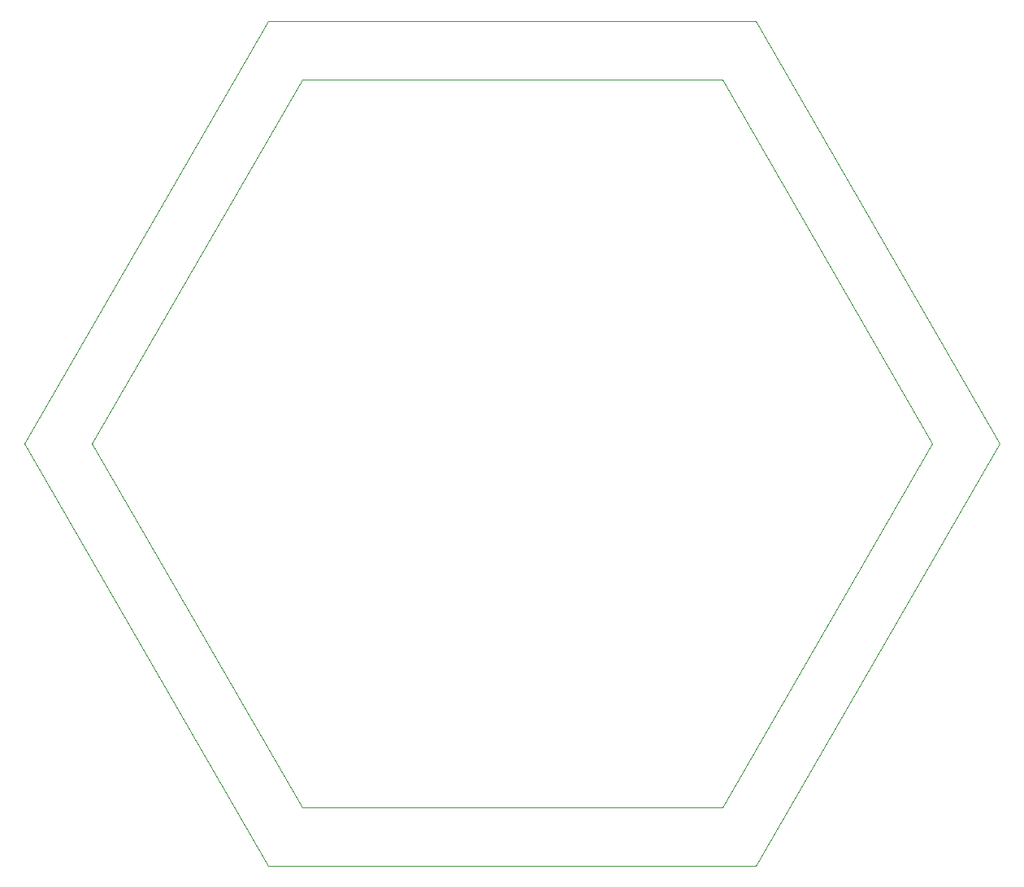
<source format=gm1>
%TF.GenerationSoftware,KiCad,Pcbnew,(5.1.6-0-10_14)*%
%TF.CreationDate,2022-03-25T15:42:39-05:00*%
%TF.ProjectId,ws2812b_hexagon_BACKUP_20220323,77733238-3132-4625-9f68-657861676f6e,rev?*%
%TF.SameCoordinates,Original*%
%TF.FileFunction,Profile,NP*%
%FSLAX46Y46*%
G04 Gerber Fmt 4.6, Leading zero omitted, Abs format (unit mm)*
G04 Created by KiCad (PCBNEW (5.1.6-0-10_14)) date 2022-03-25 15:42:39*
%MOMM*%
%LPD*%
G01*
G04 APERTURE LIST*
%TA.AperFunction,Profile*%
%ADD10C,0.050000*%
%TD*%
G04 APERTURE END LIST*
D10*
X139837529Y-150593720D02*
X114437529Y-106599630D01*
X143361819Y-144505971D02*
X121462529Y-106607471D01*
X187131820Y-144505971D02*
X143361819Y-144505971D01*
X209003238Y-106591378D02*
X187131820Y-144505971D01*
X187113239Y-68693287D02*
X209003238Y-106591378D01*
X143343238Y-68693287D02*
X187113239Y-68693287D01*
X121462529Y-106607471D02*
X143343238Y-68693287D01*
X114437529Y-106599629D02*
X139837529Y-62605538D01*
X139837529Y-62605538D02*
X190637529Y-62605538D01*
X190637529Y-62605538D02*
X216037529Y-106599629D01*
X216037529Y-106599629D02*
X190637529Y-150593720D01*
X190637529Y-150593720D02*
X139837529Y-150593720D01*
M02*

</source>
